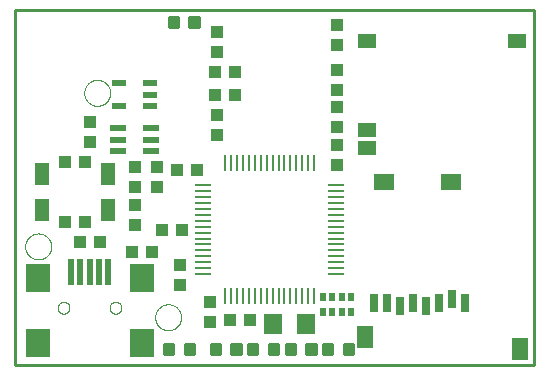
<source format=gtp>
G75*
%MOIN*%
%OFA0B0*%
%FSLAX25Y25*%
%IPPOS*%
%LPD*%
%AMOC8*
5,1,8,0,0,1.08239X$1,22.5*
%
%ADD10C,0.01000*%
%ADD11C,0.00000*%
%ADD12R,0.05315X0.02165*%
%ADD13R,0.03937X0.04331*%
%ADD14R,0.04331X0.03937*%
%ADD15R,0.06299X0.07087*%
%ADD16R,0.07874X0.09449*%
%ADD17R,0.01969X0.09087*%
%ADD18C,0.01181*%
%ADD19R,0.05000X0.07400*%
%ADD20R,0.05800X0.01100*%
%ADD21R,0.01100X0.05800*%
%ADD22R,0.04724X0.02165*%
%ADD23R,0.03150X0.05906*%
%ADD24R,0.05512X0.07480*%
%ADD25R,0.07087X0.05512*%
%ADD26R,0.05906X0.04724*%
%ADD27R,0.01969X0.02559*%
D10*
X0001800Y0020396D02*
X0175028Y0020396D01*
X0175028Y0138506D01*
X0001800Y0138506D01*
X0001800Y0020396D01*
D11*
X0016170Y0039333D02*
X0016172Y0039421D01*
X0016178Y0039509D01*
X0016188Y0039597D01*
X0016202Y0039685D01*
X0016219Y0039771D01*
X0016241Y0039857D01*
X0016266Y0039941D01*
X0016296Y0040025D01*
X0016328Y0040107D01*
X0016365Y0040187D01*
X0016405Y0040266D01*
X0016449Y0040343D01*
X0016496Y0040418D01*
X0016546Y0040490D01*
X0016600Y0040561D01*
X0016656Y0040628D01*
X0016716Y0040694D01*
X0016778Y0040756D01*
X0016844Y0040816D01*
X0016911Y0040872D01*
X0016982Y0040926D01*
X0017054Y0040976D01*
X0017129Y0041023D01*
X0017206Y0041067D01*
X0017285Y0041107D01*
X0017365Y0041144D01*
X0017447Y0041176D01*
X0017531Y0041206D01*
X0017615Y0041231D01*
X0017701Y0041253D01*
X0017787Y0041270D01*
X0017875Y0041284D01*
X0017963Y0041294D01*
X0018051Y0041300D01*
X0018139Y0041302D01*
X0018227Y0041300D01*
X0018315Y0041294D01*
X0018403Y0041284D01*
X0018491Y0041270D01*
X0018577Y0041253D01*
X0018663Y0041231D01*
X0018747Y0041206D01*
X0018831Y0041176D01*
X0018913Y0041144D01*
X0018993Y0041107D01*
X0019072Y0041067D01*
X0019149Y0041023D01*
X0019224Y0040976D01*
X0019296Y0040926D01*
X0019367Y0040872D01*
X0019434Y0040816D01*
X0019500Y0040756D01*
X0019562Y0040694D01*
X0019622Y0040628D01*
X0019678Y0040561D01*
X0019732Y0040490D01*
X0019782Y0040418D01*
X0019829Y0040343D01*
X0019873Y0040266D01*
X0019913Y0040187D01*
X0019950Y0040107D01*
X0019982Y0040025D01*
X0020012Y0039941D01*
X0020037Y0039857D01*
X0020059Y0039771D01*
X0020076Y0039685D01*
X0020090Y0039597D01*
X0020100Y0039509D01*
X0020106Y0039421D01*
X0020108Y0039333D01*
X0020106Y0039245D01*
X0020100Y0039157D01*
X0020090Y0039069D01*
X0020076Y0038981D01*
X0020059Y0038895D01*
X0020037Y0038809D01*
X0020012Y0038725D01*
X0019982Y0038641D01*
X0019950Y0038559D01*
X0019913Y0038479D01*
X0019873Y0038400D01*
X0019829Y0038323D01*
X0019782Y0038248D01*
X0019732Y0038176D01*
X0019678Y0038105D01*
X0019622Y0038038D01*
X0019562Y0037972D01*
X0019500Y0037910D01*
X0019434Y0037850D01*
X0019367Y0037794D01*
X0019296Y0037740D01*
X0019224Y0037690D01*
X0019149Y0037643D01*
X0019072Y0037599D01*
X0018993Y0037559D01*
X0018913Y0037522D01*
X0018831Y0037490D01*
X0018747Y0037460D01*
X0018663Y0037435D01*
X0018577Y0037413D01*
X0018491Y0037396D01*
X0018403Y0037382D01*
X0018315Y0037372D01*
X0018227Y0037366D01*
X0018139Y0037364D01*
X0018051Y0037366D01*
X0017963Y0037372D01*
X0017875Y0037382D01*
X0017787Y0037396D01*
X0017701Y0037413D01*
X0017615Y0037435D01*
X0017531Y0037460D01*
X0017447Y0037490D01*
X0017365Y0037522D01*
X0017285Y0037559D01*
X0017206Y0037599D01*
X0017129Y0037643D01*
X0017054Y0037690D01*
X0016982Y0037740D01*
X0016911Y0037794D01*
X0016844Y0037850D01*
X0016778Y0037910D01*
X0016716Y0037972D01*
X0016656Y0038038D01*
X0016600Y0038105D01*
X0016546Y0038176D01*
X0016496Y0038248D01*
X0016449Y0038323D01*
X0016405Y0038400D01*
X0016365Y0038479D01*
X0016328Y0038559D01*
X0016296Y0038641D01*
X0016266Y0038725D01*
X0016241Y0038809D01*
X0016219Y0038895D01*
X0016202Y0038981D01*
X0016188Y0039069D01*
X0016178Y0039157D01*
X0016172Y0039245D01*
X0016170Y0039333D01*
X0033492Y0039333D02*
X0033494Y0039421D01*
X0033500Y0039509D01*
X0033510Y0039597D01*
X0033524Y0039685D01*
X0033541Y0039771D01*
X0033563Y0039857D01*
X0033588Y0039941D01*
X0033618Y0040025D01*
X0033650Y0040107D01*
X0033687Y0040187D01*
X0033727Y0040266D01*
X0033771Y0040343D01*
X0033818Y0040418D01*
X0033868Y0040490D01*
X0033922Y0040561D01*
X0033978Y0040628D01*
X0034038Y0040694D01*
X0034100Y0040756D01*
X0034166Y0040816D01*
X0034233Y0040872D01*
X0034304Y0040926D01*
X0034376Y0040976D01*
X0034451Y0041023D01*
X0034528Y0041067D01*
X0034607Y0041107D01*
X0034687Y0041144D01*
X0034769Y0041176D01*
X0034853Y0041206D01*
X0034937Y0041231D01*
X0035023Y0041253D01*
X0035109Y0041270D01*
X0035197Y0041284D01*
X0035285Y0041294D01*
X0035373Y0041300D01*
X0035461Y0041302D01*
X0035549Y0041300D01*
X0035637Y0041294D01*
X0035725Y0041284D01*
X0035813Y0041270D01*
X0035899Y0041253D01*
X0035985Y0041231D01*
X0036069Y0041206D01*
X0036153Y0041176D01*
X0036235Y0041144D01*
X0036315Y0041107D01*
X0036394Y0041067D01*
X0036471Y0041023D01*
X0036546Y0040976D01*
X0036618Y0040926D01*
X0036689Y0040872D01*
X0036756Y0040816D01*
X0036822Y0040756D01*
X0036884Y0040694D01*
X0036944Y0040628D01*
X0037000Y0040561D01*
X0037054Y0040490D01*
X0037104Y0040418D01*
X0037151Y0040343D01*
X0037195Y0040266D01*
X0037235Y0040187D01*
X0037272Y0040107D01*
X0037304Y0040025D01*
X0037334Y0039941D01*
X0037359Y0039857D01*
X0037381Y0039771D01*
X0037398Y0039685D01*
X0037412Y0039597D01*
X0037422Y0039509D01*
X0037428Y0039421D01*
X0037430Y0039333D01*
X0037428Y0039245D01*
X0037422Y0039157D01*
X0037412Y0039069D01*
X0037398Y0038981D01*
X0037381Y0038895D01*
X0037359Y0038809D01*
X0037334Y0038725D01*
X0037304Y0038641D01*
X0037272Y0038559D01*
X0037235Y0038479D01*
X0037195Y0038400D01*
X0037151Y0038323D01*
X0037104Y0038248D01*
X0037054Y0038176D01*
X0037000Y0038105D01*
X0036944Y0038038D01*
X0036884Y0037972D01*
X0036822Y0037910D01*
X0036756Y0037850D01*
X0036689Y0037794D01*
X0036618Y0037740D01*
X0036546Y0037690D01*
X0036471Y0037643D01*
X0036394Y0037599D01*
X0036315Y0037559D01*
X0036235Y0037522D01*
X0036153Y0037490D01*
X0036069Y0037460D01*
X0035985Y0037435D01*
X0035899Y0037413D01*
X0035813Y0037396D01*
X0035725Y0037382D01*
X0035637Y0037372D01*
X0035549Y0037366D01*
X0035461Y0037364D01*
X0035373Y0037366D01*
X0035285Y0037372D01*
X0035197Y0037382D01*
X0035109Y0037396D01*
X0035023Y0037413D01*
X0034937Y0037435D01*
X0034853Y0037460D01*
X0034769Y0037490D01*
X0034687Y0037522D01*
X0034607Y0037559D01*
X0034528Y0037599D01*
X0034451Y0037643D01*
X0034376Y0037690D01*
X0034304Y0037740D01*
X0034233Y0037794D01*
X0034166Y0037850D01*
X0034100Y0037910D01*
X0034038Y0037972D01*
X0033978Y0038038D01*
X0033922Y0038105D01*
X0033868Y0038176D01*
X0033818Y0038248D01*
X0033771Y0038323D01*
X0033727Y0038400D01*
X0033687Y0038479D01*
X0033650Y0038559D01*
X0033618Y0038641D01*
X0033588Y0038725D01*
X0033563Y0038809D01*
X0033541Y0038895D01*
X0033524Y0038981D01*
X0033510Y0039069D01*
X0033500Y0039157D01*
X0033494Y0039245D01*
X0033492Y0039333D01*
X0048650Y0036144D02*
X0048652Y0036275D01*
X0048658Y0036407D01*
X0048668Y0036538D01*
X0048682Y0036669D01*
X0048700Y0036799D01*
X0048722Y0036928D01*
X0048747Y0037057D01*
X0048777Y0037185D01*
X0048811Y0037312D01*
X0048848Y0037439D01*
X0048889Y0037563D01*
X0048934Y0037687D01*
X0048983Y0037809D01*
X0049035Y0037930D01*
X0049091Y0038048D01*
X0049151Y0038166D01*
X0049214Y0038281D01*
X0049281Y0038394D01*
X0049351Y0038506D01*
X0049424Y0038615D01*
X0049500Y0038721D01*
X0049580Y0038826D01*
X0049663Y0038928D01*
X0049749Y0039027D01*
X0049838Y0039124D01*
X0049930Y0039218D01*
X0050025Y0039309D01*
X0050122Y0039398D01*
X0050222Y0039483D01*
X0050325Y0039565D01*
X0050430Y0039644D01*
X0050537Y0039720D01*
X0050647Y0039792D01*
X0050759Y0039861D01*
X0050873Y0039927D01*
X0050988Y0039989D01*
X0051106Y0040048D01*
X0051225Y0040103D01*
X0051346Y0040155D01*
X0051469Y0040202D01*
X0051593Y0040246D01*
X0051718Y0040287D01*
X0051844Y0040323D01*
X0051972Y0040356D01*
X0052100Y0040384D01*
X0052229Y0040409D01*
X0052359Y0040430D01*
X0052489Y0040447D01*
X0052620Y0040460D01*
X0052751Y0040469D01*
X0052882Y0040474D01*
X0053014Y0040475D01*
X0053145Y0040472D01*
X0053277Y0040465D01*
X0053408Y0040454D01*
X0053538Y0040439D01*
X0053668Y0040420D01*
X0053798Y0040397D01*
X0053926Y0040371D01*
X0054054Y0040340D01*
X0054181Y0040305D01*
X0054307Y0040267D01*
X0054431Y0040225D01*
X0054555Y0040179D01*
X0054676Y0040129D01*
X0054796Y0040076D01*
X0054915Y0040019D01*
X0055032Y0039959D01*
X0055146Y0039895D01*
X0055259Y0039827D01*
X0055370Y0039756D01*
X0055479Y0039682D01*
X0055585Y0039605D01*
X0055689Y0039524D01*
X0055790Y0039441D01*
X0055889Y0039354D01*
X0055985Y0039264D01*
X0056078Y0039171D01*
X0056169Y0039076D01*
X0056256Y0038978D01*
X0056341Y0038877D01*
X0056422Y0038774D01*
X0056500Y0038668D01*
X0056575Y0038560D01*
X0056647Y0038450D01*
X0056715Y0038338D01*
X0056780Y0038224D01*
X0056841Y0038107D01*
X0056899Y0037989D01*
X0056953Y0037869D01*
X0057004Y0037748D01*
X0057051Y0037625D01*
X0057094Y0037501D01*
X0057133Y0037376D01*
X0057169Y0037249D01*
X0057200Y0037121D01*
X0057228Y0036993D01*
X0057252Y0036864D01*
X0057272Y0036734D01*
X0057288Y0036603D01*
X0057300Y0036472D01*
X0057308Y0036341D01*
X0057312Y0036210D01*
X0057312Y0036078D01*
X0057308Y0035947D01*
X0057300Y0035816D01*
X0057288Y0035685D01*
X0057272Y0035554D01*
X0057252Y0035424D01*
X0057228Y0035295D01*
X0057200Y0035167D01*
X0057169Y0035039D01*
X0057133Y0034912D01*
X0057094Y0034787D01*
X0057051Y0034663D01*
X0057004Y0034540D01*
X0056953Y0034419D01*
X0056899Y0034299D01*
X0056841Y0034181D01*
X0056780Y0034064D01*
X0056715Y0033950D01*
X0056647Y0033838D01*
X0056575Y0033728D01*
X0056500Y0033620D01*
X0056422Y0033514D01*
X0056341Y0033411D01*
X0056256Y0033310D01*
X0056169Y0033212D01*
X0056078Y0033117D01*
X0055985Y0033024D01*
X0055889Y0032934D01*
X0055790Y0032847D01*
X0055689Y0032764D01*
X0055585Y0032683D01*
X0055479Y0032606D01*
X0055370Y0032532D01*
X0055259Y0032461D01*
X0055147Y0032393D01*
X0055032Y0032329D01*
X0054915Y0032269D01*
X0054796Y0032212D01*
X0054676Y0032159D01*
X0054555Y0032109D01*
X0054431Y0032063D01*
X0054307Y0032021D01*
X0054181Y0031983D01*
X0054054Y0031948D01*
X0053926Y0031917D01*
X0053798Y0031891D01*
X0053668Y0031868D01*
X0053538Y0031849D01*
X0053408Y0031834D01*
X0053277Y0031823D01*
X0053145Y0031816D01*
X0053014Y0031813D01*
X0052882Y0031814D01*
X0052751Y0031819D01*
X0052620Y0031828D01*
X0052489Y0031841D01*
X0052359Y0031858D01*
X0052229Y0031879D01*
X0052100Y0031904D01*
X0051972Y0031932D01*
X0051844Y0031965D01*
X0051718Y0032001D01*
X0051593Y0032042D01*
X0051469Y0032086D01*
X0051346Y0032133D01*
X0051225Y0032185D01*
X0051106Y0032240D01*
X0050988Y0032299D01*
X0050873Y0032361D01*
X0050759Y0032427D01*
X0050647Y0032496D01*
X0050537Y0032568D01*
X0050430Y0032644D01*
X0050325Y0032723D01*
X0050222Y0032805D01*
X0050122Y0032890D01*
X0050025Y0032979D01*
X0049930Y0033070D01*
X0049838Y0033164D01*
X0049749Y0033261D01*
X0049663Y0033360D01*
X0049580Y0033462D01*
X0049500Y0033567D01*
X0049424Y0033673D01*
X0049351Y0033782D01*
X0049281Y0033894D01*
X0049214Y0034007D01*
X0049151Y0034122D01*
X0049091Y0034240D01*
X0049035Y0034358D01*
X0048983Y0034479D01*
X0048934Y0034601D01*
X0048889Y0034725D01*
X0048848Y0034849D01*
X0048811Y0034976D01*
X0048777Y0035103D01*
X0048747Y0035231D01*
X0048722Y0035360D01*
X0048700Y0035489D01*
X0048682Y0035619D01*
X0048668Y0035750D01*
X0048658Y0035881D01*
X0048652Y0036013D01*
X0048650Y0036144D01*
X0005343Y0059766D02*
X0005345Y0059897D01*
X0005351Y0060029D01*
X0005361Y0060160D01*
X0005375Y0060291D01*
X0005393Y0060421D01*
X0005415Y0060550D01*
X0005440Y0060679D01*
X0005470Y0060807D01*
X0005504Y0060934D01*
X0005541Y0061061D01*
X0005582Y0061185D01*
X0005627Y0061309D01*
X0005676Y0061431D01*
X0005728Y0061552D01*
X0005784Y0061670D01*
X0005844Y0061788D01*
X0005907Y0061903D01*
X0005974Y0062016D01*
X0006044Y0062128D01*
X0006117Y0062237D01*
X0006193Y0062343D01*
X0006273Y0062448D01*
X0006356Y0062550D01*
X0006442Y0062649D01*
X0006531Y0062746D01*
X0006623Y0062840D01*
X0006718Y0062931D01*
X0006815Y0063020D01*
X0006915Y0063105D01*
X0007018Y0063187D01*
X0007123Y0063266D01*
X0007230Y0063342D01*
X0007340Y0063414D01*
X0007452Y0063483D01*
X0007566Y0063549D01*
X0007681Y0063611D01*
X0007799Y0063670D01*
X0007918Y0063725D01*
X0008039Y0063777D01*
X0008162Y0063824D01*
X0008286Y0063868D01*
X0008411Y0063909D01*
X0008537Y0063945D01*
X0008665Y0063978D01*
X0008793Y0064006D01*
X0008922Y0064031D01*
X0009052Y0064052D01*
X0009182Y0064069D01*
X0009313Y0064082D01*
X0009444Y0064091D01*
X0009575Y0064096D01*
X0009707Y0064097D01*
X0009838Y0064094D01*
X0009970Y0064087D01*
X0010101Y0064076D01*
X0010231Y0064061D01*
X0010361Y0064042D01*
X0010491Y0064019D01*
X0010619Y0063993D01*
X0010747Y0063962D01*
X0010874Y0063927D01*
X0011000Y0063889D01*
X0011124Y0063847D01*
X0011248Y0063801D01*
X0011369Y0063751D01*
X0011489Y0063698D01*
X0011608Y0063641D01*
X0011725Y0063581D01*
X0011839Y0063517D01*
X0011952Y0063449D01*
X0012063Y0063378D01*
X0012172Y0063304D01*
X0012278Y0063227D01*
X0012382Y0063146D01*
X0012483Y0063063D01*
X0012582Y0062976D01*
X0012678Y0062886D01*
X0012771Y0062793D01*
X0012862Y0062698D01*
X0012949Y0062600D01*
X0013034Y0062499D01*
X0013115Y0062396D01*
X0013193Y0062290D01*
X0013268Y0062182D01*
X0013340Y0062072D01*
X0013408Y0061960D01*
X0013473Y0061846D01*
X0013534Y0061729D01*
X0013592Y0061611D01*
X0013646Y0061491D01*
X0013697Y0061370D01*
X0013744Y0061247D01*
X0013787Y0061123D01*
X0013826Y0060998D01*
X0013862Y0060871D01*
X0013893Y0060743D01*
X0013921Y0060615D01*
X0013945Y0060486D01*
X0013965Y0060356D01*
X0013981Y0060225D01*
X0013993Y0060094D01*
X0014001Y0059963D01*
X0014005Y0059832D01*
X0014005Y0059700D01*
X0014001Y0059569D01*
X0013993Y0059438D01*
X0013981Y0059307D01*
X0013965Y0059176D01*
X0013945Y0059046D01*
X0013921Y0058917D01*
X0013893Y0058789D01*
X0013862Y0058661D01*
X0013826Y0058534D01*
X0013787Y0058409D01*
X0013744Y0058285D01*
X0013697Y0058162D01*
X0013646Y0058041D01*
X0013592Y0057921D01*
X0013534Y0057803D01*
X0013473Y0057686D01*
X0013408Y0057572D01*
X0013340Y0057460D01*
X0013268Y0057350D01*
X0013193Y0057242D01*
X0013115Y0057136D01*
X0013034Y0057033D01*
X0012949Y0056932D01*
X0012862Y0056834D01*
X0012771Y0056739D01*
X0012678Y0056646D01*
X0012582Y0056556D01*
X0012483Y0056469D01*
X0012382Y0056386D01*
X0012278Y0056305D01*
X0012172Y0056228D01*
X0012063Y0056154D01*
X0011952Y0056083D01*
X0011840Y0056015D01*
X0011725Y0055951D01*
X0011608Y0055891D01*
X0011489Y0055834D01*
X0011369Y0055781D01*
X0011248Y0055731D01*
X0011124Y0055685D01*
X0011000Y0055643D01*
X0010874Y0055605D01*
X0010747Y0055570D01*
X0010619Y0055539D01*
X0010491Y0055513D01*
X0010361Y0055490D01*
X0010231Y0055471D01*
X0010101Y0055456D01*
X0009970Y0055445D01*
X0009838Y0055438D01*
X0009707Y0055435D01*
X0009575Y0055436D01*
X0009444Y0055441D01*
X0009313Y0055450D01*
X0009182Y0055463D01*
X0009052Y0055480D01*
X0008922Y0055501D01*
X0008793Y0055526D01*
X0008665Y0055554D01*
X0008537Y0055587D01*
X0008411Y0055623D01*
X0008286Y0055664D01*
X0008162Y0055708D01*
X0008039Y0055755D01*
X0007918Y0055807D01*
X0007799Y0055862D01*
X0007681Y0055921D01*
X0007566Y0055983D01*
X0007452Y0056049D01*
X0007340Y0056118D01*
X0007230Y0056190D01*
X0007123Y0056266D01*
X0007018Y0056345D01*
X0006915Y0056427D01*
X0006815Y0056512D01*
X0006718Y0056601D01*
X0006623Y0056692D01*
X0006531Y0056786D01*
X0006442Y0056883D01*
X0006356Y0056982D01*
X0006273Y0057084D01*
X0006193Y0057189D01*
X0006117Y0057295D01*
X0006044Y0057404D01*
X0005974Y0057516D01*
X0005907Y0057629D01*
X0005844Y0057744D01*
X0005784Y0057862D01*
X0005728Y0057980D01*
X0005676Y0058101D01*
X0005627Y0058223D01*
X0005582Y0058347D01*
X0005541Y0058471D01*
X0005504Y0058598D01*
X0005470Y0058725D01*
X0005440Y0058853D01*
X0005415Y0058982D01*
X0005393Y0059111D01*
X0005375Y0059241D01*
X0005361Y0059372D01*
X0005351Y0059503D01*
X0005345Y0059635D01*
X0005343Y0059766D01*
X0025028Y0110947D02*
X0025030Y0111078D01*
X0025036Y0111210D01*
X0025046Y0111341D01*
X0025060Y0111472D01*
X0025078Y0111602D01*
X0025100Y0111731D01*
X0025125Y0111860D01*
X0025155Y0111988D01*
X0025189Y0112115D01*
X0025226Y0112242D01*
X0025267Y0112366D01*
X0025312Y0112490D01*
X0025361Y0112612D01*
X0025413Y0112733D01*
X0025469Y0112851D01*
X0025529Y0112969D01*
X0025592Y0113084D01*
X0025659Y0113197D01*
X0025729Y0113309D01*
X0025802Y0113418D01*
X0025878Y0113524D01*
X0025958Y0113629D01*
X0026041Y0113731D01*
X0026127Y0113830D01*
X0026216Y0113927D01*
X0026308Y0114021D01*
X0026403Y0114112D01*
X0026500Y0114201D01*
X0026600Y0114286D01*
X0026703Y0114368D01*
X0026808Y0114447D01*
X0026915Y0114523D01*
X0027025Y0114595D01*
X0027137Y0114664D01*
X0027251Y0114730D01*
X0027366Y0114792D01*
X0027484Y0114851D01*
X0027603Y0114906D01*
X0027724Y0114958D01*
X0027847Y0115005D01*
X0027971Y0115049D01*
X0028096Y0115090D01*
X0028222Y0115126D01*
X0028350Y0115159D01*
X0028478Y0115187D01*
X0028607Y0115212D01*
X0028737Y0115233D01*
X0028867Y0115250D01*
X0028998Y0115263D01*
X0029129Y0115272D01*
X0029260Y0115277D01*
X0029392Y0115278D01*
X0029523Y0115275D01*
X0029655Y0115268D01*
X0029786Y0115257D01*
X0029916Y0115242D01*
X0030046Y0115223D01*
X0030176Y0115200D01*
X0030304Y0115174D01*
X0030432Y0115143D01*
X0030559Y0115108D01*
X0030685Y0115070D01*
X0030809Y0115028D01*
X0030933Y0114982D01*
X0031054Y0114932D01*
X0031174Y0114879D01*
X0031293Y0114822D01*
X0031410Y0114762D01*
X0031524Y0114698D01*
X0031637Y0114630D01*
X0031748Y0114559D01*
X0031857Y0114485D01*
X0031963Y0114408D01*
X0032067Y0114327D01*
X0032168Y0114244D01*
X0032267Y0114157D01*
X0032363Y0114067D01*
X0032456Y0113974D01*
X0032547Y0113879D01*
X0032634Y0113781D01*
X0032719Y0113680D01*
X0032800Y0113577D01*
X0032878Y0113471D01*
X0032953Y0113363D01*
X0033025Y0113253D01*
X0033093Y0113141D01*
X0033158Y0113027D01*
X0033219Y0112910D01*
X0033277Y0112792D01*
X0033331Y0112672D01*
X0033382Y0112551D01*
X0033429Y0112428D01*
X0033472Y0112304D01*
X0033511Y0112179D01*
X0033547Y0112052D01*
X0033578Y0111924D01*
X0033606Y0111796D01*
X0033630Y0111667D01*
X0033650Y0111537D01*
X0033666Y0111406D01*
X0033678Y0111275D01*
X0033686Y0111144D01*
X0033690Y0111013D01*
X0033690Y0110881D01*
X0033686Y0110750D01*
X0033678Y0110619D01*
X0033666Y0110488D01*
X0033650Y0110357D01*
X0033630Y0110227D01*
X0033606Y0110098D01*
X0033578Y0109970D01*
X0033547Y0109842D01*
X0033511Y0109715D01*
X0033472Y0109590D01*
X0033429Y0109466D01*
X0033382Y0109343D01*
X0033331Y0109222D01*
X0033277Y0109102D01*
X0033219Y0108984D01*
X0033158Y0108867D01*
X0033093Y0108753D01*
X0033025Y0108641D01*
X0032953Y0108531D01*
X0032878Y0108423D01*
X0032800Y0108317D01*
X0032719Y0108214D01*
X0032634Y0108113D01*
X0032547Y0108015D01*
X0032456Y0107920D01*
X0032363Y0107827D01*
X0032267Y0107737D01*
X0032168Y0107650D01*
X0032067Y0107567D01*
X0031963Y0107486D01*
X0031857Y0107409D01*
X0031748Y0107335D01*
X0031637Y0107264D01*
X0031525Y0107196D01*
X0031410Y0107132D01*
X0031293Y0107072D01*
X0031174Y0107015D01*
X0031054Y0106962D01*
X0030933Y0106912D01*
X0030809Y0106866D01*
X0030685Y0106824D01*
X0030559Y0106786D01*
X0030432Y0106751D01*
X0030304Y0106720D01*
X0030176Y0106694D01*
X0030046Y0106671D01*
X0029916Y0106652D01*
X0029786Y0106637D01*
X0029655Y0106626D01*
X0029523Y0106619D01*
X0029392Y0106616D01*
X0029260Y0106617D01*
X0029129Y0106622D01*
X0028998Y0106631D01*
X0028867Y0106644D01*
X0028737Y0106661D01*
X0028607Y0106682D01*
X0028478Y0106707D01*
X0028350Y0106735D01*
X0028222Y0106768D01*
X0028096Y0106804D01*
X0027971Y0106845D01*
X0027847Y0106889D01*
X0027724Y0106936D01*
X0027603Y0106988D01*
X0027484Y0107043D01*
X0027366Y0107102D01*
X0027251Y0107164D01*
X0027137Y0107230D01*
X0027025Y0107299D01*
X0026915Y0107371D01*
X0026808Y0107447D01*
X0026703Y0107526D01*
X0026600Y0107608D01*
X0026500Y0107693D01*
X0026403Y0107782D01*
X0026308Y0107873D01*
X0026216Y0107967D01*
X0026127Y0108064D01*
X0026041Y0108163D01*
X0025958Y0108265D01*
X0025878Y0108370D01*
X0025802Y0108476D01*
X0025729Y0108585D01*
X0025659Y0108697D01*
X0025592Y0108810D01*
X0025529Y0108925D01*
X0025469Y0109043D01*
X0025413Y0109161D01*
X0025361Y0109282D01*
X0025312Y0109404D01*
X0025267Y0109528D01*
X0025226Y0109652D01*
X0025189Y0109779D01*
X0025155Y0109906D01*
X0025125Y0110034D01*
X0025100Y0110163D01*
X0025078Y0110292D01*
X0025060Y0110422D01*
X0025046Y0110553D01*
X0025036Y0110684D01*
X0025030Y0110816D01*
X0025028Y0110947D01*
D12*
X0036386Y0099136D03*
X0036386Y0095396D03*
X0036386Y0091656D03*
X0047214Y0091656D03*
X0047214Y0095396D03*
X0047214Y0099136D03*
D13*
X0049300Y0086243D03*
X0041800Y0086243D03*
X0041800Y0079550D03*
X0041800Y0073743D03*
X0049300Y0079550D03*
X0041800Y0067050D03*
X0056800Y0053743D03*
X0056800Y0047050D03*
X0109300Y0087050D03*
X0109300Y0093743D03*
X0109300Y0099550D03*
X0109300Y0106243D03*
X0109300Y0112050D03*
X0109300Y0118743D03*
X0109300Y0127050D03*
X0109300Y0133743D03*
X0075146Y0117896D03*
X0068454Y0117896D03*
X0068454Y0110396D03*
X0075146Y0110396D03*
X0069300Y0103743D03*
X0069300Y0097050D03*
D14*
X0062646Y0085396D03*
X0055954Y0085396D03*
X0057646Y0065396D03*
X0050954Y0065396D03*
X0047646Y0057896D03*
X0040954Y0057896D03*
X0030146Y0061396D03*
X0023454Y0061396D03*
X0025146Y0067896D03*
X0018454Y0067896D03*
X0018454Y0087896D03*
X0025146Y0087896D03*
X0026800Y0094550D03*
X0026800Y0101243D03*
X0069300Y0124550D03*
X0069300Y0131243D03*
X0066800Y0041243D03*
X0073454Y0035396D03*
X0080146Y0035396D03*
X0066800Y0034550D03*
D15*
X0087788Y0033896D03*
X0098812Y0033896D03*
D16*
X0044123Y0027522D03*
X0044123Y0049176D03*
X0009477Y0049176D03*
X0009477Y0027522D03*
D17*
X0020501Y0051396D03*
X0023650Y0051396D03*
X0026800Y0051396D03*
X0029950Y0051396D03*
X0033099Y0051396D03*
D18*
X0051969Y0026774D02*
X0051969Y0024018D01*
X0051969Y0026774D02*
X0054725Y0026774D01*
X0054725Y0024018D01*
X0051969Y0024018D01*
X0051969Y0025198D02*
X0054725Y0025198D01*
X0054725Y0026378D02*
X0051969Y0026378D01*
X0058875Y0026774D02*
X0058875Y0024018D01*
X0058875Y0026774D02*
X0061631Y0026774D01*
X0061631Y0024018D01*
X0058875Y0024018D01*
X0058875Y0025198D02*
X0061631Y0025198D01*
X0061631Y0026378D02*
X0058875Y0026378D01*
X0067469Y0026774D02*
X0067469Y0024018D01*
X0067469Y0026774D02*
X0070225Y0026774D01*
X0070225Y0024018D01*
X0067469Y0024018D01*
X0067469Y0025198D02*
X0070225Y0025198D01*
X0070225Y0026378D02*
X0067469Y0026378D01*
X0074375Y0026774D02*
X0074375Y0024018D01*
X0074375Y0026774D02*
X0077131Y0026774D01*
X0077131Y0024018D01*
X0074375Y0024018D01*
X0074375Y0025198D02*
X0077131Y0025198D01*
X0077131Y0026378D02*
X0074375Y0026378D01*
X0079969Y0026774D02*
X0079969Y0024018D01*
X0079969Y0026774D02*
X0082725Y0026774D01*
X0082725Y0024018D01*
X0079969Y0024018D01*
X0079969Y0025198D02*
X0082725Y0025198D01*
X0082725Y0026378D02*
X0079969Y0026378D01*
X0086875Y0026774D02*
X0086875Y0024018D01*
X0086875Y0026774D02*
X0089631Y0026774D01*
X0089631Y0024018D01*
X0086875Y0024018D01*
X0086875Y0025198D02*
X0089631Y0025198D01*
X0089631Y0026378D02*
X0086875Y0026378D01*
X0092469Y0026774D02*
X0092469Y0024018D01*
X0092469Y0026774D02*
X0095225Y0026774D01*
X0095225Y0024018D01*
X0092469Y0024018D01*
X0092469Y0025198D02*
X0095225Y0025198D01*
X0095225Y0026378D02*
X0092469Y0026378D01*
X0099375Y0026774D02*
X0099375Y0024018D01*
X0099375Y0026774D02*
X0102131Y0026774D01*
X0102131Y0024018D01*
X0099375Y0024018D01*
X0099375Y0025198D02*
X0102131Y0025198D01*
X0102131Y0026378D02*
X0099375Y0026378D01*
X0104969Y0026774D02*
X0104969Y0024018D01*
X0104969Y0026774D02*
X0107725Y0026774D01*
X0107725Y0024018D01*
X0104969Y0024018D01*
X0104969Y0025198D02*
X0107725Y0025198D01*
X0107725Y0026378D02*
X0104969Y0026378D01*
X0111875Y0026774D02*
X0111875Y0024018D01*
X0111875Y0026774D02*
X0114631Y0026774D01*
X0114631Y0024018D01*
X0111875Y0024018D01*
X0111875Y0025198D02*
X0114631Y0025198D01*
X0114631Y0026378D02*
X0111875Y0026378D01*
X0063131Y0133018D02*
X0063131Y0135774D01*
X0063131Y0133018D02*
X0060375Y0133018D01*
X0060375Y0135774D01*
X0063131Y0135774D01*
X0063131Y0134198D02*
X0060375Y0134198D01*
X0060375Y0135378D02*
X0063131Y0135378D01*
X0056225Y0135774D02*
X0056225Y0133018D01*
X0053469Y0133018D01*
X0053469Y0135774D01*
X0056225Y0135774D01*
X0056225Y0134198D02*
X0053469Y0134198D01*
X0053469Y0135378D02*
X0056225Y0135378D01*
D19*
X0032800Y0083896D03*
X0032800Y0071896D03*
X0010800Y0071896D03*
X0010800Y0083896D03*
D20*
X0064700Y0080196D03*
X0064700Y0078196D03*
X0064700Y0076196D03*
X0064700Y0074296D03*
X0064700Y0072296D03*
X0064700Y0070296D03*
X0064700Y0068396D03*
X0064700Y0066396D03*
X0064700Y0064396D03*
X0064700Y0062396D03*
X0064700Y0060496D03*
X0064700Y0058496D03*
X0064700Y0056496D03*
X0064700Y0054596D03*
X0064700Y0052596D03*
X0064700Y0050596D03*
X0108900Y0050596D03*
X0108900Y0052596D03*
X0108900Y0054596D03*
X0108900Y0056496D03*
X0108900Y0058496D03*
X0108900Y0060496D03*
X0108900Y0062396D03*
X0108900Y0064396D03*
X0108900Y0066396D03*
X0108900Y0068396D03*
X0108900Y0070296D03*
X0108900Y0072296D03*
X0108900Y0074296D03*
X0108900Y0076196D03*
X0108900Y0078196D03*
X0108900Y0080196D03*
D21*
X0101600Y0087496D03*
X0099600Y0087496D03*
X0097600Y0087496D03*
X0095700Y0087496D03*
X0093700Y0087496D03*
X0091700Y0087496D03*
X0089800Y0087496D03*
X0087800Y0087496D03*
X0085800Y0087496D03*
X0083800Y0087496D03*
X0081900Y0087496D03*
X0079900Y0087496D03*
X0077900Y0087496D03*
X0076000Y0087496D03*
X0074000Y0087496D03*
X0072000Y0087496D03*
X0072000Y0043296D03*
X0074000Y0043296D03*
X0076000Y0043296D03*
X0077900Y0043296D03*
X0079900Y0043296D03*
X0081900Y0043296D03*
X0083800Y0043296D03*
X0085800Y0043296D03*
X0087800Y0043296D03*
X0089800Y0043296D03*
X0091700Y0043296D03*
X0093700Y0043296D03*
X0095700Y0043296D03*
X0097600Y0043296D03*
X0099600Y0043296D03*
X0101600Y0043296D03*
D22*
X0046919Y0106656D03*
X0046919Y0110396D03*
X0046919Y0114136D03*
X0036681Y0114136D03*
X0036681Y0106656D03*
D23*
X0121682Y0040770D03*
X0126013Y0040770D03*
X0130343Y0039983D03*
X0134674Y0040770D03*
X0139005Y0039983D03*
X0143335Y0040770D03*
X0147666Y0042345D03*
X0151997Y0040770D03*
D24*
X0170343Y0025613D03*
X0118572Y0029550D03*
D25*
X0124871Y0081321D03*
X0147312Y0081321D03*
D26*
X0119221Y0092680D03*
X0119221Y0098585D03*
X0119221Y0128113D03*
X0169379Y0128113D03*
D27*
X0114024Y0042857D03*
X0110875Y0042857D03*
X0107725Y0042857D03*
X0104576Y0042857D03*
X0104576Y0037935D03*
X0107725Y0037935D03*
X0110875Y0037935D03*
X0114024Y0037935D03*
M02*

</source>
